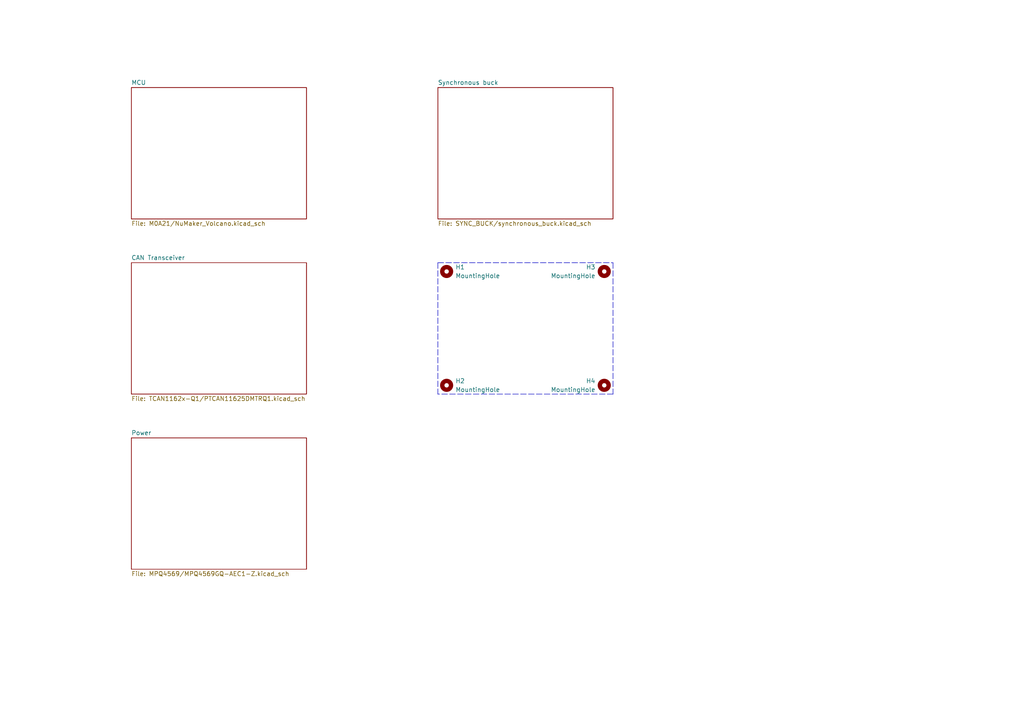
<source format=kicad_sch>
(kicad_sch (version 20211123) (generator eeschema)
  (paper "A4")
  (title_block (title "Multi purpose power converter module with CAN bus interface") (date "2022-09-07") (rev "0.1") (company "City Science Lab @ Taipei Tech /a cooperation with the MIT Media Lab") (comment 1 "DANCHOUZHOU © Danny Chou, all rights reserved.") (comment 2 "https://github.com/danchouzhou") (comment 3 "danchouzhou@gmail.com"))
  (lib_symbols
    (symbol "Mechanical:MountingHole" (pin_names (offset 1.016))
      (property "Reference" "H" (at 0 5.08 0))
      (property "Value" "MountingHole" (at 0 3.175 0))
      (symbol "MountingHole_0_1"
        (circle (center 0 0) (radius 1.27) (stroke (width 1.27)))
      )
    )
  )
  (polyline (pts (xy 177.8 76.2) (xy 177.8 114.3)))
  (polyline (pts (xy 127 76.2) (xy 127 114.3)))
  (polyline (pts (xy 177.8 114.3) (xy 127 114.3)))
  (polyline (pts (xy 127 76.2) (xy 177.8 76.2)))
  (symbol (lib_id "Mechanical:MountingHole") (at 175.26 111.76 0) (unit 1)
    (property "Reference" "H4" (at 172.72 110.49 0) (effects (justify right)))
    (property "Value" "MountingHole" (at 172.72 113.03 0) (effects (justify right)))
    (property "Footprint" "MountingHole:MountingHole_3.2mm_M3" (effects hide))
  )
  (symbol (lib_id "Mechanical:MountingHole") (at 175.26 78.74 0) (unit 1)
    (property "Reference" "H3" (at 172.72 77.47 0) (effects (justify right)))
    (property "Value" "MountingHole" (at 172.72 80.01 0) (effects (justify right)))
    (property "Footprint" "MountingHole:MountingHole_3.2mm_M3" (effects hide))
  )
  (symbol (lib_id "Mechanical:MountingHole") (at 129.54 111.76 0) (unit 1)
    (property "Reference" "H2" (at 132.08 110.4899 0) (effects (justify left)))
    (property "Value" "MountingHole" (at 132.08 113.0299 0) (effects (justify left)))
    (property "Footprint" "MountingHole:MountingHole_3.2mm_M3" (effects hide))
  )
  (symbol (lib_id "Mechanical:MountingHole") (at 129.54 78.74 0) (unit 1)
    (property "Reference" "H1" (at 132.08 77.4699 0) (effects (justify left)))
    (property "Value" "MountingHole" (at 132.08 80.0099 0) (effects (justify left)))
    (property "Footprint" "MountingHole:MountingHole_3.2mm_M3" (effects hide))
  )
  (sheet (at 38.1 127) (size 50.8 38.1) (stroke (width 0.1524))
    (property "Sheet name" "Power" (at 38.1 126.2884 0) (effects (justify left bottom)))
    (property "Sheet file" "MPQ4569/MPQ4569GQ-AEC1-Z.kicad_sch" (at 38.1 165.6846 0) (effects (justify left top)))
  )
  (sheet (at 38.1 76.2) (size 50.8 38.1) (stroke (width 0.1524))
    (property "Sheet name" "CAN Transceiver" (at 38.1 75.4884 0) (effects (justify left bottom)))
    (property "Sheet file" "TCAN1162x-Q1/PTCAN11625DMTRQ1.kicad_sch" (at 38.1 114.8846 0) (effects (justify left top)))
  )
  (sheet (at 38.1 25.4) (size 50.8 38.1) (stroke (width 0.1524))
    (property "Sheet name" "MCU" (at 38.1 24.6884 0) (effects (justify left bottom)))
    (property "Sheet file" "M0A21/NuMaker_Volcano.kicad_sch" (at 38.1 64.0846 0) (effects (justify left top)))
  )
  (sheet (at 127 25.4) (size 50.8 38.1) (stroke (width 0.1524))
    (property "Sheet name" "Synchronous buck" (at 127 24.6884 0) (effects (justify left bottom)))
    (property "Sheet file" "SYNC_BUCK/synchronous_buck.kicad_sch" (at 127 64.0846 0) (effects (justify left top)))
  )
)
</source>
